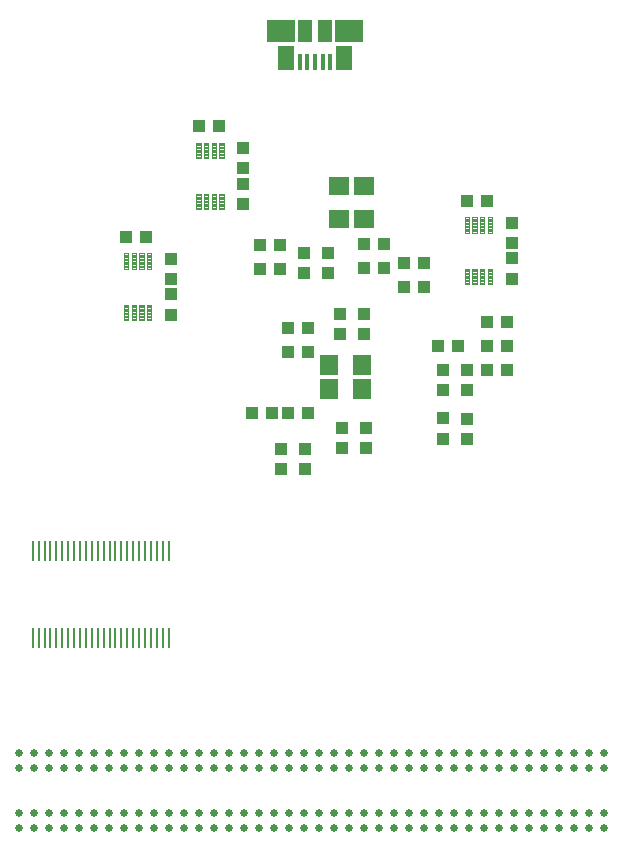
<source format=gbr>
G04 EAGLE Gerber X2 export*
G75*
%MOMM*%
%FSLAX34Y34*%
%LPD*%
%AMOC8*
5,1,8,0,0,1.08239X$1,22.5*%
G01*
%ADD10R,1.000000X1.100000*%
%ADD11R,1.100000X1.000000*%
%ADD12R,1.800000X1.600000*%
%ADD13R,1.600000X1.800000*%
%ADD14C,0.120000*%
%ADD15R,0.450000X1.380000*%
%ADD16R,1.475000X2.100000*%
%ADD17R,1.175000X1.900000*%
%ADD18R,2.375000X1.900000*%
%ADD19C,0.635000*%
%ADD20R,0.279400X1.676400*%


D10*
X224333Y497902D03*
X224333Y514902D03*
X368960Y385163D03*
X368960Y402163D03*
D11*
X323180Y414274D03*
X340180Y414274D03*
X340248Y486624D03*
X323248Y486624D03*
D10*
X387652Y481268D03*
X387652Y498268D03*
X285369Y638680D03*
X285369Y621680D03*
X285394Y591515D03*
X285394Y608515D03*
D11*
X247557Y657258D03*
X264557Y657258D03*
X387777Y536989D03*
X404777Y536989D03*
X421165Y521037D03*
X438165Y521037D03*
D10*
X336702Y533287D03*
X336702Y550287D03*
D11*
X185963Y563438D03*
X202963Y563438D03*
X316304Y536781D03*
X299304Y536781D03*
D12*
X387743Y578712D03*
X387743Y606712D03*
X366812Y578700D03*
X366812Y606700D03*
D11*
X316302Y557146D03*
X299302Y557146D03*
D10*
X357159Y533296D03*
X357159Y550296D03*
D11*
X421166Y541567D03*
X438166Y541567D03*
X387770Y557297D03*
X404770Y557297D03*
D10*
X512673Y575599D03*
X512673Y558599D03*
D11*
X474681Y593821D03*
X491681Y593821D03*
D10*
X512698Y528372D03*
X512698Y545372D03*
X224320Y545054D03*
X224320Y528054D03*
D11*
X491783Y450737D03*
X508783Y450737D03*
X491770Y471042D03*
X508770Y471042D03*
D10*
X474626Y450704D03*
X474626Y433704D03*
X475259Y409856D03*
X475259Y392856D03*
D11*
X491775Y491340D03*
X508775Y491340D03*
D10*
X454268Y450740D03*
X454268Y433740D03*
X454903Y409869D03*
X454903Y392869D03*
X317207Y384149D03*
X317207Y367149D03*
X337476Y384149D03*
X337476Y367149D03*
X389192Y385146D03*
X389192Y402146D03*
D11*
X310145Y414287D03*
X293145Y414287D03*
D10*
X367449Y481298D03*
X367449Y498298D03*
D11*
X340300Y466345D03*
X323300Y466345D03*
D13*
X357858Y455086D03*
X385858Y455086D03*
X357774Y434680D03*
X385774Y434680D03*
D14*
X496022Y523721D02*
X496022Y536821D01*
X496022Y523721D02*
X492422Y523721D01*
X492422Y536821D01*
X496022Y536821D01*
X496022Y524920D02*
X492422Y524920D01*
X492422Y526119D02*
X496022Y526119D01*
X496022Y527318D02*
X492422Y527318D01*
X492422Y528517D02*
X496022Y528517D01*
X496022Y529716D02*
X492422Y529716D01*
X492422Y530915D02*
X496022Y530915D01*
X496022Y532114D02*
X492422Y532114D01*
X492422Y533313D02*
X496022Y533313D01*
X496022Y534512D02*
X492422Y534512D01*
X492422Y535711D02*
X496022Y535711D01*
X489522Y536821D02*
X489522Y523721D01*
X485922Y523721D01*
X485922Y536821D01*
X489522Y536821D01*
X489522Y524920D02*
X485922Y524920D01*
X485922Y526119D02*
X489522Y526119D01*
X489522Y527318D02*
X485922Y527318D01*
X485922Y528517D02*
X489522Y528517D01*
X489522Y529716D02*
X485922Y529716D01*
X485922Y530915D02*
X489522Y530915D01*
X489522Y532114D02*
X485922Y532114D01*
X485922Y533313D02*
X489522Y533313D01*
X489522Y534512D02*
X485922Y534512D01*
X485922Y535711D02*
X489522Y535711D01*
X483022Y536821D02*
X483022Y523721D01*
X479422Y523721D01*
X479422Y536821D01*
X483022Y536821D01*
X483022Y524920D02*
X479422Y524920D01*
X479422Y526119D02*
X483022Y526119D01*
X483022Y527318D02*
X479422Y527318D01*
X479422Y528517D02*
X483022Y528517D01*
X483022Y529716D02*
X479422Y529716D01*
X479422Y530915D02*
X483022Y530915D01*
X483022Y532114D02*
X479422Y532114D01*
X479422Y533313D02*
X483022Y533313D01*
X483022Y534512D02*
X479422Y534512D01*
X479422Y535711D02*
X483022Y535711D01*
X476522Y536821D02*
X476522Y523721D01*
X472922Y523721D01*
X472922Y536821D01*
X476522Y536821D01*
X476522Y524920D02*
X472922Y524920D01*
X472922Y526119D02*
X476522Y526119D01*
X476522Y527318D02*
X472922Y527318D01*
X472922Y528517D02*
X476522Y528517D01*
X476522Y529716D02*
X472922Y529716D01*
X472922Y530915D02*
X476522Y530915D01*
X476522Y532114D02*
X472922Y532114D01*
X472922Y533313D02*
X476522Y533313D01*
X476522Y534512D02*
X472922Y534512D01*
X472922Y535711D02*
X476522Y535711D01*
X476522Y567121D02*
X476522Y580221D01*
X476522Y567121D02*
X472922Y567121D01*
X472922Y580221D01*
X476522Y580221D01*
X476522Y568320D02*
X472922Y568320D01*
X472922Y569519D02*
X476522Y569519D01*
X476522Y570718D02*
X472922Y570718D01*
X472922Y571917D02*
X476522Y571917D01*
X476522Y573116D02*
X472922Y573116D01*
X472922Y574315D02*
X476522Y574315D01*
X476522Y575514D02*
X472922Y575514D01*
X472922Y576713D02*
X476522Y576713D01*
X476522Y577912D02*
X472922Y577912D01*
X472922Y579111D02*
X476522Y579111D01*
X483022Y580221D02*
X483022Y567121D01*
X479422Y567121D01*
X479422Y580221D01*
X483022Y580221D01*
X483022Y568320D02*
X479422Y568320D01*
X479422Y569519D02*
X483022Y569519D01*
X483022Y570718D02*
X479422Y570718D01*
X479422Y571917D02*
X483022Y571917D01*
X483022Y573116D02*
X479422Y573116D01*
X479422Y574315D02*
X483022Y574315D01*
X483022Y575514D02*
X479422Y575514D01*
X479422Y576713D02*
X483022Y576713D01*
X483022Y577912D02*
X479422Y577912D01*
X479422Y579111D02*
X483022Y579111D01*
X489522Y580221D02*
X489522Y567121D01*
X485922Y567121D01*
X485922Y580221D01*
X489522Y580221D01*
X489522Y568320D02*
X485922Y568320D01*
X485922Y569519D02*
X489522Y569519D01*
X489522Y570718D02*
X485922Y570718D01*
X485922Y571917D02*
X489522Y571917D01*
X489522Y573116D02*
X485922Y573116D01*
X485922Y574315D02*
X489522Y574315D01*
X489522Y575514D02*
X485922Y575514D01*
X485922Y576713D02*
X489522Y576713D01*
X489522Y577912D02*
X485922Y577912D01*
X485922Y579111D02*
X489522Y579111D01*
X496022Y580221D02*
X496022Y567121D01*
X492422Y567121D01*
X492422Y580221D01*
X496022Y580221D01*
X496022Y568320D02*
X492422Y568320D01*
X492422Y569519D02*
X496022Y569519D01*
X496022Y570718D02*
X492422Y570718D01*
X492422Y571917D02*
X496022Y571917D01*
X496022Y573116D02*
X492422Y573116D01*
X492422Y574315D02*
X496022Y574315D01*
X496022Y575514D02*
X492422Y575514D01*
X492422Y576713D02*
X496022Y576713D01*
X496022Y577912D02*
X492422Y577912D01*
X492422Y579111D02*
X496022Y579111D01*
X207676Y506363D02*
X207676Y493263D01*
X204076Y493263D01*
X204076Y506363D01*
X207676Y506363D01*
X207676Y494462D02*
X204076Y494462D01*
X204076Y495661D02*
X207676Y495661D01*
X207676Y496860D02*
X204076Y496860D01*
X204076Y498059D02*
X207676Y498059D01*
X207676Y499258D02*
X204076Y499258D01*
X204076Y500457D02*
X207676Y500457D01*
X207676Y501656D02*
X204076Y501656D01*
X204076Y502855D02*
X207676Y502855D01*
X207676Y504054D02*
X204076Y504054D01*
X204076Y505253D02*
X207676Y505253D01*
X201176Y506363D02*
X201176Y493263D01*
X197576Y493263D01*
X197576Y506363D01*
X201176Y506363D01*
X201176Y494462D02*
X197576Y494462D01*
X197576Y495661D02*
X201176Y495661D01*
X201176Y496860D02*
X197576Y496860D01*
X197576Y498059D02*
X201176Y498059D01*
X201176Y499258D02*
X197576Y499258D01*
X197576Y500457D02*
X201176Y500457D01*
X201176Y501656D02*
X197576Y501656D01*
X197576Y502855D02*
X201176Y502855D01*
X201176Y504054D02*
X197576Y504054D01*
X197576Y505253D02*
X201176Y505253D01*
X194676Y506363D02*
X194676Y493263D01*
X191076Y493263D01*
X191076Y506363D01*
X194676Y506363D01*
X194676Y494462D02*
X191076Y494462D01*
X191076Y495661D02*
X194676Y495661D01*
X194676Y496860D02*
X191076Y496860D01*
X191076Y498059D02*
X194676Y498059D01*
X194676Y499258D02*
X191076Y499258D01*
X191076Y500457D02*
X194676Y500457D01*
X194676Y501656D02*
X191076Y501656D01*
X191076Y502855D02*
X194676Y502855D01*
X194676Y504054D02*
X191076Y504054D01*
X191076Y505253D02*
X194676Y505253D01*
X188176Y506363D02*
X188176Y493263D01*
X184576Y493263D01*
X184576Y506363D01*
X188176Y506363D01*
X188176Y494462D02*
X184576Y494462D01*
X184576Y495661D02*
X188176Y495661D01*
X188176Y496860D02*
X184576Y496860D01*
X184576Y498059D02*
X188176Y498059D01*
X188176Y499258D02*
X184576Y499258D01*
X184576Y500457D02*
X188176Y500457D01*
X188176Y501656D02*
X184576Y501656D01*
X184576Y502855D02*
X188176Y502855D01*
X188176Y504054D02*
X184576Y504054D01*
X184576Y505253D02*
X188176Y505253D01*
X188176Y536663D02*
X188176Y549763D01*
X188176Y536663D02*
X184576Y536663D01*
X184576Y549763D01*
X188176Y549763D01*
X188176Y537862D02*
X184576Y537862D01*
X184576Y539061D02*
X188176Y539061D01*
X188176Y540260D02*
X184576Y540260D01*
X184576Y541459D02*
X188176Y541459D01*
X188176Y542658D02*
X184576Y542658D01*
X184576Y543857D02*
X188176Y543857D01*
X188176Y545056D02*
X184576Y545056D01*
X184576Y546255D02*
X188176Y546255D01*
X188176Y547454D02*
X184576Y547454D01*
X184576Y548653D02*
X188176Y548653D01*
X194676Y549763D02*
X194676Y536663D01*
X191076Y536663D01*
X191076Y549763D01*
X194676Y549763D01*
X194676Y537862D02*
X191076Y537862D01*
X191076Y539061D02*
X194676Y539061D01*
X194676Y540260D02*
X191076Y540260D01*
X191076Y541459D02*
X194676Y541459D01*
X194676Y542658D02*
X191076Y542658D01*
X191076Y543857D02*
X194676Y543857D01*
X194676Y545056D02*
X191076Y545056D01*
X191076Y546255D02*
X194676Y546255D01*
X194676Y547454D02*
X191076Y547454D01*
X191076Y548653D02*
X194676Y548653D01*
X201176Y549763D02*
X201176Y536663D01*
X197576Y536663D01*
X197576Y549763D01*
X201176Y549763D01*
X201176Y537862D02*
X197576Y537862D01*
X197576Y539061D02*
X201176Y539061D01*
X201176Y540260D02*
X197576Y540260D01*
X197576Y541459D02*
X201176Y541459D01*
X201176Y542658D02*
X197576Y542658D01*
X197576Y543857D02*
X201176Y543857D01*
X201176Y545056D02*
X197576Y545056D01*
X197576Y546255D02*
X201176Y546255D01*
X201176Y547454D02*
X197576Y547454D01*
X197576Y548653D02*
X201176Y548653D01*
X207676Y549763D02*
X207676Y536663D01*
X204076Y536663D01*
X204076Y549763D01*
X207676Y549763D01*
X207676Y537862D02*
X204076Y537862D01*
X204076Y539061D02*
X207676Y539061D01*
X207676Y540260D02*
X204076Y540260D01*
X204076Y541459D02*
X207676Y541459D01*
X207676Y542658D02*
X204076Y542658D01*
X204076Y543857D02*
X207676Y543857D01*
X207676Y545056D02*
X204076Y545056D01*
X204076Y546255D02*
X207676Y546255D01*
X207676Y547454D02*
X204076Y547454D01*
X204076Y548653D02*
X207676Y548653D01*
X268832Y586989D02*
X268832Y600089D01*
X268832Y586989D02*
X265232Y586989D01*
X265232Y600089D01*
X268832Y600089D01*
X268832Y588188D02*
X265232Y588188D01*
X265232Y589387D02*
X268832Y589387D01*
X268832Y590586D02*
X265232Y590586D01*
X265232Y591785D02*
X268832Y591785D01*
X268832Y592984D02*
X265232Y592984D01*
X265232Y594183D02*
X268832Y594183D01*
X268832Y595382D02*
X265232Y595382D01*
X265232Y596581D02*
X268832Y596581D01*
X268832Y597780D02*
X265232Y597780D01*
X265232Y598979D02*
X268832Y598979D01*
X262332Y600089D02*
X262332Y586989D01*
X258732Y586989D01*
X258732Y600089D01*
X262332Y600089D01*
X262332Y588188D02*
X258732Y588188D01*
X258732Y589387D02*
X262332Y589387D01*
X262332Y590586D02*
X258732Y590586D01*
X258732Y591785D02*
X262332Y591785D01*
X262332Y592984D02*
X258732Y592984D01*
X258732Y594183D02*
X262332Y594183D01*
X262332Y595382D02*
X258732Y595382D01*
X258732Y596581D02*
X262332Y596581D01*
X262332Y597780D02*
X258732Y597780D01*
X258732Y598979D02*
X262332Y598979D01*
X255832Y600089D02*
X255832Y586989D01*
X252232Y586989D01*
X252232Y600089D01*
X255832Y600089D01*
X255832Y588188D02*
X252232Y588188D01*
X252232Y589387D02*
X255832Y589387D01*
X255832Y590586D02*
X252232Y590586D01*
X252232Y591785D02*
X255832Y591785D01*
X255832Y592984D02*
X252232Y592984D01*
X252232Y594183D02*
X255832Y594183D01*
X255832Y595382D02*
X252232Y595382D01*
X252232Y596581D02*
X255832Y596581D01*
X255832Y597780D02*
X252232Y597780D01*
X252232Y598979D02*
X255832Y598979D01*
X249332Y600089D02*
X249332Y586989D01*
X245732Y586989D01*
X245732Y600089D01*
X249332Y600089D01*
X249332Y588188D02*
X245732Y588188D01*
X245732Y589387D02*
X249332Y589387D01*
X249332Y590586D02*
X245732Y590586D01*
X245732Y591785D02*
X249332Y591785D01*
X249332Y592984D02*
X245732Y592984D01*
X245732Y594183D02*
X249332Y594183D01*
X249332Y595382D02*
X245732Y595382D01*
X245732Y596581D02*
X249332Y596581D01*
X249332Y597780D02*
X245732Y597780D01*
X245732Y598979D02*
X249332Y598979D01*
X249332Y630389D02*
X249332Y643489D01*
X249332Y630389D02*
X245732Y630389D01*
X245732Y643489D01*
X249332Y643489D01*
X249332Y631588D02*
X245732Y631588D01*
X245732Y632787D02*
X249332Y632787D01*
X249332Y633986D02*
X245732Y633986D01*
X245732Y635185D02*
X249332Y635185D01*
X249332Y636384D02*
X245732Y636384D01*
X245732Y637583D02*
X249332Y637583D01*
X249332Y638782D02*
X245732Y638782D01*
X245732Y639981D02*
X249332Y639981D01*
X249332Y641180D02*
X245732Y641180D01*
X245732Y642379D02*
X249332Y642379D01*
X255832Y643489D02*
X255832Y630389D01*
X252232Y630389D01*
X252232Y643489D01*
X255832Y643489D01*
X255832Y631588D02*
X252232Y631588D01*
X252232Y632787D02*
X255832Y632787D01*
X255832Y633986D02*
X252232Y633986D01*
X252232Y635185D02*
X255832Y635185D01*
X255832Y636384D02*
X252232Y636384D01*
X252232Y637583D02*
X255832Y637583D01*
X255832Y638782D02*
X252232Y638782D01*
X252232Y639981D02*
X255832Y639981D01*
X255832Y641180D02*
X252232Y641180D01*
X252232Y642379D02*
X255832Y642379D01*
X262332Y643489D02*
X262332Y630389D01*
X258732Y630389D01*
X258732Y643489D01*
X262332Y643489D01*
X262332Y631588D02*
X258732Y631588D01*
X258732Y632787D02*
X262332Y632787D01*
X262332Y633986D02*
X258732Y633986D01*
X258732Y635185D02*
X262332Y635185D01*
X262332Y636384D02*
X258732Y636384D01*
X258732Y637583D02*
X262332Y637583D01*
X262332Y638782D02*
X258732Y638782D01*
X258732Y639981D02*
X262332Y639981D01*
X262332Y641180D02*
X258732Y641180D01*
X258732Y642379D02*
X262332Y642379D01*
X268832Y643489D02*
X268832Y630389D01*
X265232Y630389D01*
X265232Y643489D01*
X268832Y643489D01*
X268832Y631588D02*
X265232Y631588D01*
X265232Y632787D02*
X268832Y632787D01*
X268832Y633986D02*
X265232Y633986D01*
X265232Y635185D02*
X268832Y635185D01*
X268832Y636384D02*
X265232Y636384D01*
X265232Y637583D02*
X268832Y637583D01*
X268832Y638782D02*
X265232Y638782D01*
X265232Y639981D02*
X268832Y639981D01*
X268832Y641180D02*
X265232Y641180D01*
X265232Y642379D02*
X268832Y642379D01*
D15*
X333228Y711407D03*
X339728Y711407D03*
X346228Y711407D03*
X352728Y711407D03*
X359228Y711407D03*
D16*
X370853Y715007D03*
X321603Y715007D03*
D17*
X337853Y738007D03*
X354603Y738007D03*
D18*
X317103Y738007D03*
X375353Y738007D03*
D10*
X467389Y471124D03*
X450389Y471124D03*
D19*
X590502Y63200D03*
X577802Y63200D03*
X565102Y63200D03*
X552402Y63200D03*
X539702Y63200D03*
X527002Y63200D03*
X514302Y63200D03*
X501602Y63200D03*
X488902Y63200D03*
X476202Y63200D03*
X463502Y63200D03*
X450802Y63200D03*
X438102Y63200D03*
X425402Y63200D03*
X412702Y63200D03*
X400002Y63200D03*
X387302Y63200D03*
X374602Y63200D03*
X361902Y63200D03*
X349202Y63200D03*
X336502Y63200D03*
X323802Y63200D03*
X311102Y63200D03*
X298402Y63200D03*
X285702Y63200D03*
X273002Y63200D03*
X260302Y63200D03*
X247602Y63200D03*
X234902Y63200D03*
X222202Y63200D03*
X209502Y63200D03*
X196802Y63200D03*
X184102Y63200D03*
X171402Y63200D03*
X158702Y63200D03*
X146002Y63200D03*
X133302Y63200D03*
X120602Y63200D03*
X107902Y63200D03*
X95202Y63200D03*
X590502Y75900D03*
X577802Y75900D03*
X565102Y75900D03*
X552402Y75900D03*
X539702Y75900D03*
X527002Y75900D03*
X514302Y75900D03*
X501602Y75900D03*
X488902Y75900D03*
X476202Y75900D03*
X463502Y75900D03*
X450802Y75900D03*
X438102Y75900D03*
X425402Y75900D03*
X412702Y75900D03*
X400002Y75900D03*
X387302Y75900D03*
X374602Y75900D03*
X361902Y75900D03*
X349202Y75900D03*
X336502Y75900D03*
X323802Y75900D03*
X311102Y75900D03*
X298402Y75900D03*
X285702Y75900D03*
X273002Y75900D03*
X260302Y75900D03*
X247602Y75900D03*
X234902Y75900D03*
X222202Y75900D03*
X209502Y75900D03*
X196802Y75900D03*
X184102Y75900D03*
X171402Y75900D03*
X158702Y75900D03*
X146002Y75900D03*
X133302Y75900D03*
X120602Y75900D03*
X107902Y75900D03*
X95202Y75900D03*
X590502Y114000D03*
X577802Y114000D03*
X565102Y114000D03*
X552402Y114000D03*
X539702Y114000D03*
X527002Y114000D03*
X514302Y114000D03*
X501602Y114000D03*
X488902Y114000D03*
X476202Y114000D03*
X463502Y114000D03*
X450802Y114000D03*
X438102Y114000D03*
X425402Y114000D03*
X412702Y114000D03*
X400002Y114000D03*
X387302Y114000D03*
X374602Y114000D03*
X361902Y114000D03*
X349202Y114000D03*
X336502Y114000D03*
X323802Y114000D03*
X311102Y114000D03*
X298402Y114000D03*
X285702Y114000D03*
X273002Y114000D03*
X260302Y114000D03*
X247602Y114000D03*
X234902Y114000D03*
X222202Y114000D03*
X209502Y114000D03*
X196802Y114000D03*
X184102Y114000D03*
X171402Y114000D03*
X158702Y114000D03*
X146002Y114000D03*
X133302Y114000D03*
X120602Y114000D03*
X107902Y114000D03*
X95202Y114000D03*
X590502Y126700D03*
X577802Y126700D03*
X565102Y126700D03*
X552402Y126700D03*
X539702Y126700D03*
X527002Y126700D03*
X514302Y126700D03*
X501602Y126700D03*
X488902Y126700D03*
X476202Y126700D03*
X463502Y126700D03*
X450802Y126700D03*
X438102Y126700D03*
X425402Y126700D03*
X412702Y126700D03*
X400002Y126700D03*
X387302Y126700D03*
X374602Y126700D03*
X361902Y126700D03*
X349202Y126700D03*
X336502Y126700D03*
X323802Y126700D03*
X311102Y126700D03*
X298402Y126700D03*
X285702Y126700D03*
X273002Y126700D03*
X260302Y126700D03*
X247602Y126700D03*
X234902Y126700D03*
X222202Y126700D03*
X209502Y126700D03*
X196802Y126700D03*
X184102Y126700D03*
X171402Y126700D03*
X158702Y126700D03*
X146002Y126700D03*
X133302Y126700D03*
X120602Y126700D03*
X107902Y126700D03*
X95202Y126700D03*
D20*
X107219Y297688D03*
X112219Y297688D03*
X117219Y297688D03*
X122219Y297688D03*
X127219Y297688D03*
X132219Y297688D03*
X137219Y297688D03*
X142219Y297688D03*
X147219Y297688D03*
X152219Y297688D03*
X157219Y297688D03*
X162219Y297688D03*
X167219Y297688D03*
X172219Y297688D03*
X177219Y297688D03*
X182219Y297688D03*
X187219Y297688D03*
X192219Y297688D03*
X197219Y297688D03*
X202219Y297688D03*
X207219Y297688D03*
X212219Y297688D03*
X217219Y297688D03*
X222219Y297688D03*
X222219Y224282D03*
X217219Y224282D03*
X212219Y224282D03*
X207219Y224282D03*
X202219Y224282D03*
X197219Y224282D03*
X192219Y224282D03*
X187219Y224282D03*
X182219Y224282D03*
X177219Y224282D03*
X172219Y224282D03*
X167219Y224282D03*
X162219Y224282D03*
X157219Y224282D03*
X152219Y224282D03*
X147219Y224282D03*
X142219Y224282D03*
X137219Y224282D03*
X132219Y224282D03*
X127219Y224282D03*
X122219Y224282D03*
X117219Y224282D03*
X112219Y224282D03*
X107219Y224282D03*
M02*

</source>
